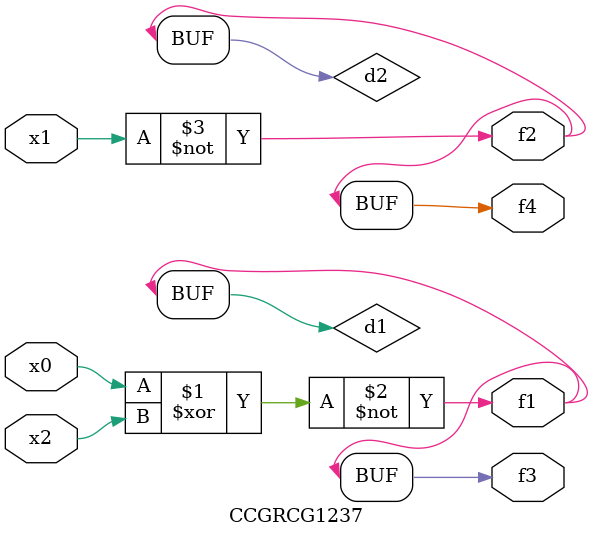
<source format=v>
module CCGRCG1237(
	input x0, x1, x2,
	output f1, f2, f3, f4
);

	wire d1, d2, d3;

	xnor (d1, x0, x2);
	nand (d2, x1);
	nor (d3, x1, x2);
	assign f1 = d1;
	assign f2 = d2;
	assign f3 = d1;
	assign f4 = d2;
endmodule

</source>
